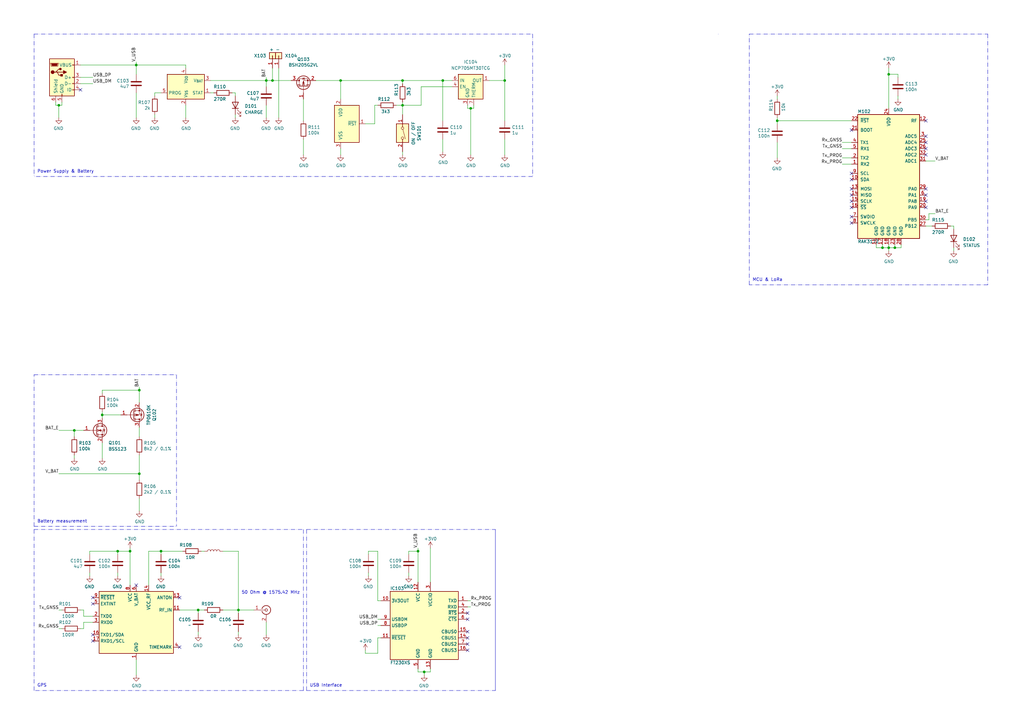
<source format=kicad_sch>
(kicad_sch (version 20230121) (generator eeschema)
  (paper "A3")
  (title_block (title "LoRa-GPS-Tracker") (date "2024-01-07") (rev "1.0") (company "Kampis-Elektroecke") (comment 4 "Author: Ing. Daniel Kampert"))
  (junction (at 361.95 101.6))
  (junction (at 367.03 101.6))
  (junction (at 364.49 30.48))
  (junction (at 318.77 49.53))
  (junction (at 165.1 33.02))
  (junction (at 171.45 226.06))
  (junction (at 165.1 43.18))
  (junction (at 97.79 250.19))
  (junction (at 81.28 250.19))
  (junction (at 139.7 33.02))
  (junction (at 207.01 33.02))
  (junction (at 364.49 101.6))
  (junction (at 57.15 194.31))
  (junction (at 111.76 33.02))
  (junction (at 53.34 226.06))
  (junction (at 57.15 160.02))
  (junction (at 55.88 26.67))
  (junction (at 48.26 226.06))
  (junction (at 30.48 176.53))
  (junction (at 66.04 226.06))
  (junction (at 109.22 33.02))
  (junction (at 193.04 44.45))
  (junction (at 24.13 43.18))
  (junction (at 41.91 170.18))
  (junction (at 181.61 33.02))
  (junction (at 173.99 275.59))
  (no_connect (at 191.77 259.08))
  (no_connect (at 191.77 261.62))
  (no_connect (at 191.77 264.16))
  (no_connect (at 191.77 266.7))
  (no_connect (at 191.77 254))
  (no_connect (at 191.77 251.46))
  (no_connect (at 379.73 77.47))
  (no_connect (at 379.73 82.55))
  (no_connect (at 379.73 80.01))
  (no_connect (at 379.73 85.09))
  (no_connect (at 349.25 82.55))
  (no_connect (at 349.25 80.01))
  (no_connect (at 349.25 73.66))
  (no_connect (at 349.25 91.44))
  (no_connect (at 349.25 88.9))
  (no_connect (at 349.25 77.47))
  (no_connect (at 349.25 85.09))
  (no_connect (at 379.73 60.96))
  (no_connect (at 349.25 71.12))
  (no_connect (at 349.25 53.34))
  (no_connect (at 379.73 55.88))
  (no_connect (at 379.73 58.42))
  (no_connect (at 379.73 63.5))
  (no_connect (at 33.02 36.83))
  (no_connect (at 38.1 245.11))
  (no_connect (at 38.1 260.35))
  (no_connect (at 38.1 262.89))
  (no_connect (at 55.88 240.03))
  (no_connect (at 38.1 247.65))
  (no_connect (at 73.66 265.43))
  (no_connect (at 73.66 245.11))
  (no_connect (at 379.73 49.53))
  (wire (pts (xy 48.26 226.06) (xy 53.34 226.06)))
  (wire (pts (xy 109.22 43.18) (xy 109.22 48.26)))
  (wire (pts (xy 33.02 31.75) (xy 38.1 31.75)))
  (wire (pts (xy 48.26 226.06) (xy 48.26 227.33)))
  (wire (pts (xy 364.49 101.6) (xy 364.49 102.87)))
  (wire (pts (xy 57.15 209.55) (xy 57.15 204.47)))
  (wire (pts (xy 124.46 49.53) (xy 124.46 40.64)))
  (wire (pts (xy 171.45 275.59) (xy 173.99 275.59)))
  (wire (pts (xy 66.04 234.95) (xy 66.04 236.22)))
  (polyline (pts (xy 13.97 153.67) (xy 72.39 153.67)) (stroke (width 0) (type dash_dot)))
  (polyline (pts (xy 405.13 116.84) (xy 307.34 116.84)) (stroke (width 0) (type dash_dot)))
  (wire (pts (xy 194.31 43.18) (xy 194.31 44.45)))
  (wire (pts (xy 139.7 33.02) (xy 165.1 33.02)))
  (wire (pts (xy 139.7 33.02) (xy 139.7 40.64)))
  (wire (pts (xy 66.04 38.1) (xy 63.5 38.1)))
  (wire (pts (xy 111.76 33.02) (xy 119.38 33.02)))
  (wire (pts (xy 114.3 27.94) (xy 114.3 48.26)))
  (wire (pts (xy 185.42 35.56) (xy 172.72 35.56)))
  (wire (pts (xy 24.13 194.31) (xy 57.15 194.31)))
  (wire (pts (xy 34.29 257.81) (xy 33.02 257.81)))
  (wire (pts (xy 165.1 43.18) (xy 165.1 46.99)))
  (wire (pts (xy 361.95 101.6) (xy 364.49 101.6)))
  (wire (pts (xy 349.25 60.96) (xy 345.44 60.96)))
  (polyline (pts (xy 13.97 215.9) (xy 13.97 153.67)) (stroke (width 0) (type dash_dot)))
  (wire (pts (xy 191.77 248.92) (xy 193.04 248.92)))
  (wire (pts (xy 318.77 58.42) (xy 318.77 64.77)))
  (wire (pts (xy 191.77 44.45) (xy 193.04 44.45)))
  (wire (pts (xy 154.94 254) (xy 156.21 254)))
  (wire (pts (xy 86.36 38.1) (xy 87.63 38.1)))
  (wire (pts (xy 359.41 101.6) (xy 361.95 101.6)))
  (polyline (pts (xy 307.34 13.97) (xy 405.13 13.97)) (stroke (width 0) (type dash_dot)))
  (wire (pts (xy 30.48 176.53) (xy 30.48 179.07)))
  (wire (pts (xy 76.2 27.94) (xy 76.2 26.67)))
  (wire (pts (xy 191.77 43.18) (xy 191.77 44.45)))
  (wire (pts (xy 55.88 270.51) (xy 55.88 276.86)))
  (wire (pts (xy 109.22 33.02) (xy 109.22 35.56)))
  (wire (pts (xy 389.89 92.71) (xy 391.16 92.71)))
  (polyline (pts (xy 124.46 217.17) (xy 124.46 283.21)) (stroke (width 0) (type dash_dot)))
  (wire (pts (xy 165.1 33.02) (xy 165.1 34.29)))
  (wire (pts (xy 173.99 275.59) (xy 173.99 276.86)))
  (wire (pts (xy 57.15 194.31) (xy 57.15 196.85)))
  (wire (pts (xy 165.1 43.18) (xy 162.56 43.18)))
  (wire (pts (xy 24.13 257.81) (xy 25.4 257.81)))
  (polyline (pts (xy 13.97 13.97) (xy 13.97 72.39)) (stroke (width 0) (type dash_dot)))
  (polyline (pts (xy 125.73 217.17) (xy 125.73 283.21)) (stroke (width 0) (type dash_dot)))
  (wire (pts (xy 25.4 41.91) (xy 25.4 43.18)))
  (wire (pts (xy 369.57 101.6) (xy 367.03 101.6)))
  (wire (pts (xy 151.13 234.95) (xy 151.13 236.22)))
  (wire (pts (xy 97.79 250.19) (xy 104.14 250.19)))
  (wire (pts (xy 24.13 250.19) (xy 25.4 250.19)))
  (wire (pts (xy 391.16 92.71) (xy 391.16 93.98)))
  (wire (pts (xy 86.36 33.02) (xy 109.22 33.02)))
  (wire (pts (xy 154.94 267.97) (xy 149.86 267.97)))
  (wire (pts (xy 364.49 100.33) (xy 364.49 101.6)))
  (wire (pts (xy 97.79 259.08) (xy 97.79 260.35)))
  (wire (pts (xy 41.91 160.02) (xy 57.15 160.02)))
  (wire (pts (xy 41.91 170.18) (xy 41.91 171.45)))
  (wire (pts (xy 349.25 49.53) (xy 318.77 49.53)))
  (wire (pts (xy 171.45 274.32) (xy 171.45 275.59)))
  (wire (pts (xy 318.77 49.53) (xy 318.77 50.8)))
  (wire (pts (xy 109.22 31.75) (xy 109.22 33.02)))
  (wire (pts (xy 55.88 38.1) (xy 55.88 48.26)))
  (wire (pts (xy 153.67 43.18) (xy 153.67 50.8)))
  (wire (pts (xy 318.77 39.37) (xy 318.77 40.64)))
  (polyline (pts (xy 218.44 72.39) (xy 13.97 72.39)) (stroke (width 0) (type dash_dot)))
  (wire (pts (xy 151.13 226.06) (xy 151.13 227.33)))
  (wire (pts (xy 22.86 41.91) (xy 22.86 43.18)))
  (wire (pts (xy 379.73 66.04) (xy 383.54 66.04)))
  (wire (pts (xy 156.21 261.62) (xy 154.94 261.62)))
  (wire (pts (xy 181.61 33.02) (xy 181.61 49.53)))
  (wire (pts (xy 97.79 250.19) (xy 97.79 226.06)))
  (wire (pts (xy 181.61 57.15) (xy 181.61 62.23)))
  (wire (pts (xy 361.95 100.33) (xy 361.95 101.6)))
  (wire (pts (xy 96.52 38.1) (xy 96.52 39.37)))
  (wire (pts (xy 349.25 58.42) (xy 345.44 58.42)))
  (wire (pts (xy 349.25 67.31) (xy 345.44 67.31)))
  (polyline (pts (xy 294.64 13.97) (xy 294.64 13.97)))
  (wire (pts (xy 30.48 176.53) (xy 34.29 176.53)))
  (wire (pts (xy 349.25 64.77) (xy 345.44 64.77)))
  (polyline (pts (xy 13.97 217.17) (xy 13.97 283.21)) (stroke (width 0) (type dash_dot)))
  (wire (pts (xy 318.77 48.26) (xy 318.77 49.53)))
  (wire (pts (xy 185.42 33.02) (xy 181.61 33.02)))
  (wire (pts (xy 109.22 33.02) (xy 111.76 33.02)))
  (polyline (pts (xy 125.73 217.17) (xy 203.2 217.17)) (stroke (width 0) (type dash_dot)))
  (wire (pts (xy 41.91 170.18) (xy 49.53 170.18)))
  (wire (pts (xy 95.25 38.1) (xy 96.52 38.1)))
  (wire (pts (xy 176.53 274.32) (xy 176.53 275.59)))
  (wire (pts (xy 149.86 266.7) (xy 149.86 267.97)))
  (wire (pts (xy 91.44 250.19) (xy 97.79 250.19)))
  (wire (pts (xy 73.66 250.19) (xy 81.28 250.19)))
  (wire (pts (xy 369.57 100.33) (xy 369.57 101.6)))
  (wire (pts (xy 154.94 246.38) (xy 154.94 226.06)))
  (wire (pts (xy 176.53 224.79) (xy 176.53 238.76)))
  (wire (pts (xy 194.31 44.45) (xy 193.04 44.45)))
  (wire (pts (xy 171.45 224.79) (xy 171.45 226.06)))
  (wire (pts (xy 55.88 25.4) (xy 55.88 26.67)))
  (wire (pts (xy 129.54 33.02) (xy 139.7 33.02)))
  (wire (pts (xy 33.02 250.19) (xy 34.29 250.19)))
  (wire (pts (xy 41.91 187.96) (xy 41.91 181.61)))
  (wire (pts (xy 36.83 226.06) (xy 48.26 226.06)))
  (wire (pts (xy 165.1 62.23) (xy 165.1 63.5)))
  (wire (pts (xy 368.3 30.48) (xy 368.3 31.75)))
  (wire (pts (xy 57.15 186.69) (xy 57.15 194.31)))
  (polyline (pts (xy 307.34 116.84) (xy 307.34 13.97)) (stroke (width 0) (type dash_dot)))
  (wire (pts (xy 367.03 100.33) (xy 367.03 101.6)))
  (wire (pts (xy 66.04 226.06) (xy 74.93 226.06)))
  (wire (pts (xy 38.1 255.27) (xy 34.29 255.27)))
  (wire (pts (xy 359.41 100.33) (xy 359.41 101.6)))
  (wire (pts (xy 76.2 26.67) (xy 55.88 26.67)))
  (wire (pts (xy 76.2 43.18) (xy 76.2 48.26)))
  (wire (pts (xy 207.01 57.15) (xy 207.01 63.5)))
  (wire (pts (xy 193.04 44.45) (xy 193.04 63.5)))
  (wire (pts (xy 25.4 43.18) (xy 24.13 43.18)))
  (wire (pts (xy 55.88 26.67) (xy 55.88 30.48)))
  (wire (pts (xy 24.13 43.18) (xy 24.13 48.26)))
  (polyline (pts (xy 218.44 13.97) (xy 218.44 72.39)) (stroke (width 0) (type dash_dot)))
  (wire (pts (xy 91.44 226.06) (xy 97.79 226.06)))
  (polyline (pts (xy 124.46 283.21) (xy 13.97 283.21)) (stroke (width 0) (type dash_dot)))
  (wire (pts (xy 167.64 234.95) (xy 167.64 236.22)))
  (wire (pts (xy 34.29 250.19) (xy 34.29 252.73)))
  (wire (pts (xy 34.29 252.73) (xy 38.1 252.73)))
  (wire (pts (xy 364.49 30.48) (xy 364.49 44.45)))
  (wire (pts (xy 24.13 176.53) (xy 30.48 176.53)))
  (wire (pts (xy 81.28 250.19) (xy 81.28 251.46)))
  (wire (pts (xy 53.34 224.79) (xy 53.34 226.06)))
  (wire (pts (xy 379.73 90.17) (xy 381 90.17)))
  (wire (pts (xy 63.5 38.1) (xy 63.5 39.37)))
  (wire (pts (xy 191.77 246.38) (xy 193.04 246.38)))
  (polyline (pts (xy 13.97 13.97) (xy 218.44 13.97)) (stroke (width 0) (type dash_dot)))
  (polyline (pts (xy 13.97 215.9) (xy 72.39 215.9)) (stroke (width 0) (type dash_dot)))
  (polyline (pts (xy 405.13 13.97) (xy 405.13 116.84)) (stroke (width 0) (type dash_dot)))
  (wire (pts (xy 22.86 43.18) (xy 24.13 43.18)))
  (wire (pts (xy 34.29 255.27) (xy 34.29 257.81)))
  (wire (pts (xy 367.03 101.6) (xy 364.49 101.6)))
  (wire (pts (xy 381 90.17) (xy 381 87.63)))
  (wire (pts (xy 154.94 226.06) (xy 151.13 226.06)))
  (wire (pts (xy 165.1 43.18) (xy 165.1 41.91)))
  (wire (pts (xy 153.67 50.8) (xy 149.86 50.8)))
  (wire (pts (xy 33.02 26.67) (xy 55.88 26.67)))
  (wire (pts (xy 165.1 33.02) (xy 181.61 33.02)))
  (wire (pts (xy 207.01 33.02) (xy 207.01 49.53)))
  (wire (pts (xy 364.49 27.94) (xy 364.49 30.48)))
  (wire (pts (xy 154.94 256.54) (xy 156.21 256.54)))
  (wire (pts (xy 124.46 63.5) (xy 124.46 57.15)))
  (wire (pts (xy 109.22 255.27) (xy 109.22 260.35)))
  (wire (pts (xy 81.28 259.08) (xy 81.28 260.35)))
  (wire (pts (xy 83.82 226.06) (xy 82.55 226.06)))
  (wire (pts (xy 41.91 168.91) (xy 41.91 170.18)))
  (wire (pts (xy 156.21 246.38) (xy 154.94 246.38)))
  (polyline (pts (xy 203.2 217.17) (xy 203.2 283.21)))
  (wire (pts (xy 63.5 46.99) (xy 63.5 48.26)))
  (wire (pts (xy 33.02 34.29) (xy 38.1 34.29)))
  (wire (pts (xy 111.76 27.94) (xy 111.76 33.02)))
  (wire (pts (xy 60.96 226.06) (xy 66.04 226.06)))
  (wire (pts (xy 81.28 250.19) (xy 83.82 250.19)))
  (wire (pts (xy 57.15 179.07) (xy 57.15 175.26)))
  (polyline (pts (xy 72.39 153.67) (xy 72.39 215.9)) (stroke (width 0) (type dash_dot)))
  (wire (pts (xy 381 87.63) (xy 383.54 87.63)))
  (wire (pts (xy 57.15 160.02) (xy 57.15 165.1)))
  (wire (pts (xy 60.96 240.03) (xy 60.96 226.06)))
  (wire (pts (xy 207.01 26.67) (xy 207.01 33.02)))
  (wire (pts (xy 171.45 226.06) (xy 171.45 238.76)))
  (wire (pts (xy 167.64 226.06) (xy 171.45 226.06)))
  (wire (pts (xy 53.34 226.06) (xy 53.34 240.03)))
  (polyline (pts (xy 125.73 283.21) (xy 203.2 283.21)) (stroke (width 0) (type dash_dot)))
  (wire (pts (xy 200.66 33.02) (xy 207.01 33.02)))
  (wire (pts (xy 154.94 261.62) (xy 154.94 267.97)))
  (wire (pts (xy 176.53 275.59) (xy 173.99 275.59)))
  (wire (pts (xy 391.16 101.6) (xy 391.16 102.87)))
  (wire (pts (xy 41.91 161.29) (xy 41.91 160.02)))
  (wire (pts (xy 96.52 46.99) (xy 96.52 48.26)))
  (wire (pts (xy 139.7 60.96) (xy 139.7 63.5)))
  (wire (pts (xy 165.1 43.18) (xy 172.72 43.18)))
  (wire (pts (xy 36.83 227.33) (xy 36.83 226.06)))
  (wire (pts (xy 167.64 226.06) (xy 167.64 227.33)))
  (wire (pts (xy 57.15 158.75) (xy 57.15 160.02)))
  (polyline (pts (xy 13.97 217.17) (xy 124.46 217.17)) (stroke (width 0) (type dash_dot)))
  (wire (pts (xy 48.26 234.95) (xy 48.26 236.22)))
  (wire (pts (xy 97.79 250.19) (xy 97.79 251.46)))
  (wire (pts (xy 172.72 35.56) (xy 172.72 43.18)))
  (wire (pts (xy 154.94 43.18) (xy 153.67 43.18)))
  (wire (pts (xy 364.49 30.48) (xy 368.3 30.48)))
  (wire (pts (xy 368.3 39.37) (xy 368.3 40.64)))
  (wire (pts (xy 36.83 234.95) (xy 36.83 236.22)))
  (wire (pts (xy 66.04 226.06) (xy 66.04 227.33)))
  (wire (pts (xy 379.73 92.71) (xy 382.27 92.71)))
  (wire (pts (xy 30.48 186.69) (xy 30.48 187.96)))
  (text "GPS" (at 15.24 281.94 0) (effects (font (size 1.27 1.27)) (justify left bottom)))
  (text "USB Interface" (at 127 281.94 0) (effects (font (size 1.27 1.27)) (justify left bottom)))
  (text "50 Ohm @ 1575.42 MHz\n" (at 99.06 243.84 0) (effects (font (size 1.27 1.27)) (justify left bottom)))
  (text "Battery measurement" (at 15.24 214.63 0) (effects (font (size 1.27 1.27)) (justify left bottom)))
  (text "Power Supply & Battery" (at 15.24 71.12 0) (effects (font (size 1.27 1.27)) (justify left bottom)))
  (text "MCU & LoRa" (at 308.61 115.57 0) (effects (font (size 1.27 1.27)) (justify left bottom)))
  (label "Rx_PROG" (at 345.44 67.31 180))
  (label "USB_DP" (at 154.94 256.54 180))
  (label "BAT" (at 109.22 31.75 90))
  (label "Tx_PROG" (at 193.04 248.92 0))
  (label "Rx_GNSS" (at 24.13 257.81 180))
  (label "BAT" (at 57.15 158.75 90))
  (label "USB_DM" (at 154.94 254 180))
  (label "Rx_PROG" (at 193.04 246.38 0))
  (label "V_BAT" (at 24.13 194.31 180))
  (label "V_USB" (at 171.45 224.79 90))
  (label "Rx_GNSS" (at 345.44 58.42 180))
  (label "Tx_PROG" (at 345.44 64.77 180))
  (label "USB_DM" (at 38.1 34.29 0))
  (label "BAT_E" (at 383.54 87.63 0))
  (label "Tx_GNSS" (at 345.44 60.96 180))
  (label "Tx_GNSS" (at 24.13 250.19 180))
  (label "V_BAT" (at 383.54 66.04 0))
  (label "V_USB" (at 55.88 25.4 90))
  (label "BAT_E" (at 24.13 176.53 180))
  (label "USB_DP" (at 38.1 31.75 0))
  (symbol (lib_id "power:GND") (at 364.49 102.87 0) (unit 1)
    (property "Reference" "#PWR0134" (effects hide))
    (property "Value" "GND" (at 364.617 107.2642 0))
  )
  (symbol (lib_id "power:+3V0") (at 176.53 224.79 0) (unit 1)
    (property "Reference" "#PWR0126" (effects hide))
    (property "Value" "+3V0" (at 176.53 220.98 0))
  )
  (symbol (lib_id "power:GND") (at 193.04 63.5 0) (unit 1)
    (property "Reference" "#PWR0128" (effects hide))
    (property "Value" "GND" (at 193.167 67.8942 0))
  )
  (symbol (lib_id "power:GND") (at 139.7 63.5 0) (unit 1)
    (property "Reference" "#PWR0120" (effects hide))
    (property "Value" "GND" (at 139.827 67.8942 0))
  )
  (symbol (lib_id "Device:C") (at 181.61 53.34 0) (unit 1)
    (property "Reference" "C110" (at 184.531 52.1716 0) (effects (justify left)))
    (property "Value" "1u" (at 184.531 54.483 0) (effects (justify left)))
    (property "Footprint" "Capacitor_SMD:C_0402_1005Metric_Pad0.74x0.62mm_HandSolder" (effects hide))
    (property "Datasheet" "https://www.mouser.de/datasheet/2/40/cx5r_KGM-3223198.pdf" (effects hide))
    (property "Mfr." "KYOCERA AVX" (effects hide))
    (property "Mfr. No." "0402YD105KAT2A" (effects hide))
    (property "Distributor" "Mouser" (effects hide))
    (property "Order Number" "581-0402YD105KAT2A" (effects hide))
  )
  (symbol (lib_id "Connector_Generic:Conn_01x01") (at 114.3 22.86 90) (unit 1) (in_bom no)
    (property "Reference" "X104" (at 116.84 22.86 90) (effects (justify right)))
    (property "Value" "-" (at 113.03 20.32 90) (effects (justify right)))
    (property "Footprint" "TestPoint:TestPoint_Pad_2.0x2.0mm" (effects hide))
  )
  (symbol (lib_id "Switch:SW_DIP_x01") (at 165.1 54.61 270) (unit 1)
    (property "Reference" "SW101" (at 171.8818 54.61 0))
    (property "Value" "ON / OFF" (at 169.5704 54.61 0))
    (property "Footprint" "Button_Switch_SMD:SW_DIP_SPSTx01_Slide_Omron_A6S-110x_W8.9mm_P2.54mm" (effects hide))
    (property "Datasheet" "https://omronfs.omron.com/en_US/ecb/products/pdf/en-a6s.pdf" (effects hide))
    (property "Mfr." "Omron" (effects hide))
    (property "Mfr. No." "A6S-1104-PH" (effects hide))
    (property "Order Number" "653-A6S1104PH" (effects hide))
    (property "Distributor" "Mouser" (effects hide))
  )
  (symbol (lib_id "Device:R") (at 87.63 250.19 90) (unit 1)
    (property "Reference" "R109" (at 87.63 247.65 90) (effects (justify left)))
    (property "Value" "0R" (at 88.9 252.73 90) (effects (justify left)))
    (property "Footprint" "Resistor_SMD:R_0402_1005Metric_Pad0.72x0.64mm_HandSolder" (effects hide))
    (property "Datasheet" "https://www.mouser.de/datasheet/2/447/YAGEO_PYu_RC_Group_51_RoHS_L_12-3313492.pdf" (effects hide))
    (property "Mfr." "Yageo" (effects hide))
    (property "Mfr. No." "RC0402JR-070RL" (effects hide))
    (property "Distributor" "Mouser" (effects hide))
    (property "Order Number" "603-RC0402JR-070RL" (effects hide))
  )
  (symbol (lib_id "Device:C") (at 151.13 231.14 0) (mirror y) (unit 1)
    (property "Reference" "C108" (at 148.209 229.9716 0) (effects (justify left)))
    (property "Value" "100n" (at 148.209 232.283 0) (effects (justify left)))
    (property "Footprint" "Capacitor_SMD:C_0402_1005Metric_Pad0.74x0.62mm_HandSolder" (effects hide))
    (property "Datasheet" "https://www.mouser.de/datasheet/2/40/cx5r_KGM-3223198.pdf" (effects hide))
    (property "Mfr." "KYOCERA AVX" (effects hide))
    (property "Mfr. No." "04025C104KAT4A" (effects hide))
    (property "Distributor" "Mouser" (effects hide))
    (property "Order Number" "581-04025C104KAT4A" (effects hide))
  )
  (symbol (lib_id "Transistor_FET:BSS84") (at 54.61 170.18 0) (mirror x) (unit 1)
    (property "Reference" "Q102" (at 63.2968 170.18 90))
    (property "Value" "TP0610K" (at 60.9854 170.18 90))
    (property "Footprint" "Package_TO_SOT_SMD:SOT-23" (effects hide))
    (property "Datasheet" "http://assets.nexperia.com/documents/data-sheet/BSS84.pdf" (effects hide))
    (property "Mfr." "Vishay Semiconductors" (effects hide))
    (property "Mfr. No." "TP0610K-T1-GE3" (effects hide))
    (property "Distributor" "Mouser" (effects hide))
    (property "Order Number" "781-TP0610K-T1-GE3" (effects hide))
  )
  (symbol (lib_id "power:GND") (at 318.77 64.77 0) (mirror y) (unit 1)
    (property "Reference" "#PWR0132" (effects hide))
    (property "Value" "GND" (at 318.643 69.1642 0))
  )
  (symbol (lib_id "Device:C") (at 207.01 53.34 0) (unit 1)
    (property "Reference" "C111" (at 209.931 52.1716 0) (effects (justify left)))
    (property "Value" "1u" (at 209.931 54.483 0) (effects (justify left)))
    (property "Footprint" "Capacitor_SMD:C_0402_1005Metric_Pad0.74x0.62mm_HandSolder" (effects hide))
    (property "Datasheet" "https://www.mouser.de/datasheet/2/40/cx5r_KGM-3223198.pdf" (effects hide))
    (property "Mfr." "KYOCERA AVX" (effects hide))
    (property "Mfr. No." "0402YD105KAT2A" (effects hide))
    (property "Distributor" "Mouser" (effects hide))
    (property "Order Number" "581-0402YD105KAT2A" (effects hide))
  )
  (symbol (lib_id "power:GND") (at 114.3 48.26 0) (unit 1)
    (property "Reference" "#PWR0118" (effects hide))
    (property "Value" "GND" (at 114.427 52.6542 0))
  )
  (symbol (lib_id "Nexperia:BSH205G2AR") (at 124.46 33.02 90) (unit 1)
    (property "Reference" "Q103" (at 124.46 24.3332 90))
    (property "Value" "BSH205G2VL" (at 124.46 26.6446 90))
    (property "Footprint" "Package_TO_SOT_SMD:SOT-23" (effects hide))
    (property "Datasheet" "https://assets.nexperia.com/documents/data-sheet/BSH205G2A.pdf" (effects hide))
    (property "Mfr." "Nexperia" (effects hide))
    (property "Mfr. No." "BSH205G2VL" (effects hide))
    (property "Distributor" "Mouser" (effects hide))
    (property "Order Number" "771-BSH205G2VL" (effects hide))
  )
  (symbol (lib_id "Connector:USB_B_Micro") (at 25.4 31.75 0) (unit 1)
    (property "Reference" "X101" (at 25.4 19.05 0))
    (property "Value" "USB_B_Micro" (at 25.4 21.59 0))
    (property "Footprint" "Wuerth:629105150521" (effects hide))
    (property "Datasheet" "https://www.we-online.com/components/products/datasheet/629105150521.pdf" (effects hide))
    (property "Mfr." "Wurth Elektronik" (effects hide))
    (property "Mfr. No." "629105150521" (effects hide))
    (property "Distributor" "Mouser" (effects hide))
    (property "Order Number" "710-629105150521" (effects hide))
    (property "Reference" "X101" (effects hide))
    (property "Value" "USB_B_Micro" (effects hide))
  )
  (symbol (lib_id "power:GND") (at 124.46 63.5 0) (unit 1)
    (property "Reference" "#PWR0119" (effects hide))
    (property "Value" "GND" (at 124.587 67.8942 0))
  )
  (symbol (lib_id "Device:C") (at 81.28 255.27 0) (mirror y) (unit 1)
    (property "Reference" "C105" (at 78.359 254.1016 0) (effects (justify left)))
    (property "Value" "~" (at 78.359 256.413 0) (effects (justify left)))
    (property "Footprint" "Capacitor_SMD:C_0402_1005Metric_Pad0.74x0.62mm_HandSolder" (effects hide))
  )
  (symbol (lib_id "Device:R") (at 29.21 257.81 90) (unit 1)
    (property "Reference" "R102" (at 29.21 255.27 90) (effects (justify left)))
    (property "Value" "100R" (at 30.48 260.35 90) (effects (justify left)))
    (property "Footprint" "Resistor_SMD:R_0402_1005Metric_Pad0.72x0.64mm_HandSolder" (effects hide))
    (property "Datasheet" "https://www.mouser.de/datasheet/2/447/YAGEO_PYu_RC_Group_51_RoHS_L_12-3313492.pdf" (effects hide))
    (property "Mfr." "Yageo" (effects hide))
    (property "Mfr. No." "RC0402JR-07100RL" (effects hide))
    (property "Distributor" "Mouser" (effects hide))
    (property "Order Number" "603-RC0402JR-07100RL" (effects hide))
  )
  (symbol (lib_id "power:+3V0") (at 318.77 39.37 0) (unit 1)
    (property "Reference" "#PWR0131" (effects hide))
    (property "Value" "+3V0" (at 318.77 35.56 0))
  )
  (symbol (lib_id "power:GND") (at 173.99 276.86 0) (mirror y) (unit 1)
    (property "Reference" "#PWR0125" (effects hide))
    (property "Value" "GND" (at 173.863 281.2542 0))
  )
  (symbol (lib_id "Power_Supervisor:MCP100-300D") (at 142.24 50.8 0) (unit 1)
    (property "Reference" "IC102" (at 147.32 41.91 0) (effects (justify right)))
    (property "Value" "MCP100-300D" (at 151.13 59.69 0) (effects (justify right)))
    (property "Footprint" "Package_TO_SOT_SMD:SOT-23" (effects hide))
    (property "Datasheet" "https://ww1.microchip.com/downloads/en/devicedoc/11187f.pdf" (effects hide))
    (property "Mfr." "Microchip Technology / Atmel" (effects hide))
    (property "Mfr. No." "MCP100T-300I/TT" (effects hide))
    (property "Distributor" "Mouser" (effects hide))
    (property "Order Number" "579-MCP100T-300I/TT" (effects hide))
    (property "Datasheet" "https://ww1.microchip.com/downloads/en/DeviceDoc/11187f.pdf" (effects hide))
    (property "Reference" "IC102" (effects hide))
    (property "Value" "MCP100-300D" (effects hide))
  )
  (symbol (lib_id "power:+3V0") (at 149.86 266.7 0) (unit 1)
    (property "Reference" "#PWR0121" (effects hide))
    (property "Value" "+3V0" (at 149.86 262.89 0))
  )
  (symbol (lib_id "power:GND") (at 109.22 260.35 0) (mirror y) (unit 1)
    (property "Reference" "#PWR0117" (effects hide))
    (property "Value" "GND" (at 109.093 264.7442 0))
  )
  (symbol (lib_id "Device:R") (at 57.15 200.66 0) (unit 1)
    (property "Reference" "R106" (at 58.928 199.4916 0) (effects (justify left)))
    (property "Value" "2k2 / 0.1%" (at 58.928 201.803 0) (effects (justify left)))
    (property "Footprint" "Resistor_SMD:R_0402_1005Metric_Pad0.72x0.64mm_HandSolder" (effects hide))
    (property "Datasheet" "https://www.mouser.de/datasheet/2/447/PYu_RT_1_to_0_01_RoHS_L_12-3003070.pdf" (effects hide))
    (property "Mfr." "Yageo" (effects hide))
    (property "Distributor" "Mouser" (effects hide))
    (property "Mfr. No." "RT0402BRD072K2L" (effects hide))
    (property "Order Number" "603-RT0402BRD072K2L" (effects hide))
  )
  (symbol (lib_id "Device:C") (at 55.88 34.29 0) (mirror y) (unit 1)
    (property "Reference" "C103" (at 52.959 33.1216 0) (effects (justify left)))
    (property "Value" "4u7" (at 52.959 35.433 0) (effects (justify left)))
    (property "Footprint" "Capacitor_SMD:C_0402_1005Metric_Pad0.74x0.62mm_HandSolder" (effects hide))
    (property "Datasheet" "https://www.mouser.de/datasheet/2/40/cx5r_KGM-3223198.pdf" (effects hide))
    (property "Mfr." "KYOCERA AVX" (effects hide))
    (property "Mfr. No." "0402ZD475KAT2A" (effects hide))
    (property "Distributor" "Mouser" (effects hide))
    (property "Order Number" "581-0402ZD475KAT2A" (effects hide))
  )
  (symbol (lib_id "Device:LED") (at 96.52 43.18 90) (unit 1)
    (property "Reference" "D101" (at 100.33 43.4974 90) (effects (justify right)))
    (property "Value" "CHARGE" (at 100.33 46.0374 90) (effects (justify right)))
    (property "Footprint" "LED_SMD:LED_0402_1005Metric_Pad0.77x0.64mm_HandSolder" (effects hide))
    (property "Datasheet" "https://www.mouser.de/datasheet/2/348/sml_p1_e-1874493.pdf" (effects hide))
    (property "Mfr." "ROHM Semiconductor" (effects hide))
    (property "Mfr. No." "SML-P12Y3TT86R" (effects hide))
    (property "Distributor" "Mouser" (effects hide))
    (property "Order Number" "755-SML-P12Y3TT86R" (effects hide))
  )
  (symbol (lib_id "power:GND") (at 66.04 236.22 0) (mirror y) (unit 1)
    (property "Reference" "#PWR0111" (effects hide))
    (property "Value" "GND" (at 65.913 240.6142 0))
  )
  (symbol (lib_id "ON Semiconductor:NCP705MT33TCG") (at 193.04 35.56 0) (unit 1)
    (property "Reference" "IC104" (at 193.04 25.4 0))
    (property "Value" "NCP705MT30TCG" (at 193.04 27.94 0))
    (property "Footprint" "Package_DFN_Kampi:WDFN-6" (effects hide))
    (property "Datasheet" "https://www.onsemi.com/pdf/datasheet/ncp705-d.pdf" (effects hide))
    (property "Mfr." "ON Semiconductor" (effects hide))
    (property "Mfr. No." "NCP705MT30TCG" (effects hide))
    (property "Distributor" "Mouser" (effects hide))
    (property "Order Number" "863-NCP705MT30TCG" (effects hide))
  )
  (symbol (lib_id "Device:C") (at 97.79 255.27 0) (mirror y) (unit 1)
    (property "Reference" "C106" (at 94.869 254.1016 0) (effects (justify left)))
    (property "Value" "~" (at 94.869 256.413 0) (effects (justify left)))
    (property "Footprint" "Capacitor_SMD:C_0402_1005Metric_Pad0.74x0.62mm_HandSolder" (effects hide))
  )
  (symbol (lib_id "Battery_Management:MCP73831-2-OT") (at 76.2 35.56 0) (unit 1)
    (property "Reference" "IC101" (at 68.58 29.21 0) (effects (justify left)))
    (property "Value" "MCP73831-2-OT" (at 68.58 41.91 0) (effects (justify left)))
    (property "Footprint" "Package_TO_SOT_SMD:SOT-23-5" (effects hide))
    (property "Datasheet" "https://ww1.microchip.com/downloads/en/DeviceDoc/MCP73831-Family-Data-Sheet-DS20001984H.pdf" (effects hide))
    (property "Mfr." "Microchip Technology / Atmel" (effects hide))
    (property "Mfr. No." "MCP73831T-2ACI/OT" (effects hide))
    (property "Distributor" "Mouser" (effects hide))
    (property "Order Number" "579-MCP73831T-2ACI/OT" (effects hide))
    (property "Datasheet" "https://ww1.microchip.com/downloads/en/DeviceDoc/MCP73831-Family-Data-Sheet-DS20001984H.pdf" (effects hide))
    (property "Reference" "IC101" (effects hide))
    (property "Value" "MCP73831-2-OT" (effects hide))
  )
  (symbol (lib_id "power:GND") (at 96.52 48.26 0) (mirror y) (unit 1)
    (property "Reference" "#PWR0114" (effects hide))
    (property "Value" "GND" (at 96.393 52.6542 0))
  )
  (symbol (lib_id "power:GND") (at 41.91 187.96 0) (unit 1)
    (property "Reference" "#PWR0104" (effects hide))
    (property "Value" "GND" (at 42.037 192.3542 0))
  )
  (symbol (lib_id "Transistor_FET:BSS123") (at 39.37 176.53 0) (unit 1)
    (property "Reference" "Q101" (at 44.45 181.61 0) (effects (justify left)))
    (property "Value" "BSS123" (at 44.45 184.15 0) (effects (justify left)))
    (property "Footprint" "Package_TO_SOT_SMD:SOT-23" (effects hide))
    (property "Datasheet" "http://www.diodes.com/assets/Datasheets/ds30366.pdf" (effects hide))
    (property "Mfr." "Infineon Technologies" (effects hide))
    (property "Mfr. No." "BSS123IXTSA1" (effects hide))
    (property "Distributor" "Mouser" (effects hide))
    (property "Order Number" "726-BSS123IXTSA1" (effects hide))
  )
  (symbol (lib_id "Interface_USB:FT230XS") (at 173.99 256.54 0) (unit 1)
    (property "Reference" "IC103" (at 160.02 241.3 0) (effects (justify left)))
    (property "Value" "FT230XS" (at 160.02 271.78 0) (effects (justify left)))
    (property "Footprint" "Package_SO:SSOP-16_3.9x4.9mm_P0.635mm" (effects hide))
    (property "Datasheet" "https://www.ftdichip.com/Support/Documents/DataSheets/ICs/DS_FT230X.pdf" (effects hide))
    (property "Mfr." "FTDI" (effects hide))
    (property "Mfr. No." "FT230XS-R" (effects hide))
    (property "Distributor" "Mouser" (effects hide))
    (property "Order Number" "895-FT230XS-R" (effects hide))
  )
  (symbol (lib_id "power:GND") (at 167.64 236.22 0) (mirror y) (unit 1)
    (property "Reference" "#PWR0124" (effects hide))
    (property "Value" "GND" (at 167.513 240.6142 0))
  )
  (symbol (lib_id "Device:R") (at 41.91 165.1 0) (unit 1)
    (property "Reference" "R104" (at 43.688 163.9316 0) (effects (justify left)))
    (property "Value" "100k" (at 43.688 166.243 0) (effects (justify left)))
    (property "Footprint" "Resistor_SMD:R_0402_1005Metric_Pad0.72x0.64mm_HandSolder" (effects hide))
    (property "Datasheet" "https://www.mouser.de/datasheet/2/447/YAGEO_PYu_RC_Group_51_RoHS_L_12-3313492.pdf" (effects hide))
    (property "Mfr." "Yageo" (effects hide))
    (property "Distributor" "Mouser" (effects hide))
    (property "Mfr. No." "RC0402JR-07100KL" (effects hide))
    (property "Order Number" "603-RC0402JR-07100KL" (effects hide))
  )
  (symbol (lib_id "power:GND") (at 55.88 276.86 0) (unit 1)
    (property "Reference" "#PWR0108" (effects hide))
    (property "Value" "GND" (at 56.007 281.2542 0))
  )
  (symbol (lib_id "Device:LED") (at 391.16 97.79 90) (unit 1)
    (property "Reference" "D102" (at 394.97 98.1074 90) (effects (justify right)))
    (property "Value" "STATUS" (at 394.97 100.6474 90) (effects (justify right)))
    (property "Footprint" "LED_SMD:LED_0402_1005Metric_Pad0.77x0.64mm_HandSolder" (effects hide))
    (property "Datasheet" "https://www.mouser.de/datasheet/2/348/sml_p1_e-1874493.pdf" (effects hide))
    (property "Mfr." "ROHM Semiconductor" (effects hide))
    (property "Mfr. No." "SML-P12Y3TT86R" (effects hide))
    (property "Distributor" "Mouser" (effects hide))
    (property "Order Number" "755-SML-P12Y3TT86R" (effects hide))
  )
  (symbol (lib_id "power:GND") (at 81.28 260.35 0) (mirror y) (unit 1)
    (property "Reference" "#PWR0113" (effects hide))
    (property "Value" "GND" (at 81.153 264.7442 0))
  )
  (symbol (lib_id "power:GND") (at 36.83 236.22 0) (mirror y) (unit 1)
    (property "Reference" "#PWR0103" (effects hide))
    (property "Value" "GND" (at 36.703 240.6142 0))
  )
  (symbol (lib_id "power:GND") (at 30.48 187.96 0) (unit 1)
    (property "Reference" "#PWR0102" (effects hide))
    (property "Value" "GND" (at 30.607 192.3542 0))
  )
  (symbol (lib_id "Device:R") (at 30.48 182.88 0) (unit 1)
    (property "Reference" "R103" (at 32.258 181.7116 0) (effects (justify left)))
    (property "Value" "100k" (at 32.258 184.023 0) (effects (justify left)))
    (property "Footprint" "Resistor_SMD:R_0402_1005Metric_Pad0.72x0.64mm_HandSolder" (effects hide))
    (property "Datasheet" "https://www.mouser.de/datasheet/2/447/YAGEO_PYu_RC_Group_51_RoHS_L_12-3313492.pdf" (effects hide))
    (property "Mfr." "Yageo" (effects hide))
    (property "Distributor" "Mouser" (effects hide))
    (property "Mfr. No." "RC0402JR-07100KL" (effects hide))
    (property "Order Number" "603-RC0402JR-07100KL" (effects hide))
  )
  (symbol (lib_id "Device:R") (at 124.46 53.34 0) (unit 1)
    (property "Reference" "R111" (at 126.238 52.1716 0) (effects (justify left)))
    (property "Value" "100k" (at 126.238 54.483 0) (effects (justify left)))
    (property "Footprint" "Resistor_SMD:R_0402_1005Metric_Pad0.72x0.64mm_HandSolder" (effects hide))
    (property "Datasheet" "https://www.mouser.de/datasheet/2/447/YAGEO_PYu_RC_Group_51_RoHS_L_12-3313492.pdf" (effects hide))
    (property "Mfr." "Yageo" (effects hide))
    (property "Mfr. No." "RC0402JR-07100KL" (effects hide))
    (property "Distributor" "Mouser" (effects hide))
    (property "Order Number" "603-RC0402JR-07100KL" (effects hide))
  )
  (symbol (lib_id "power:GND") (at 97.79 260.35 0) (mirror y) (unit 1)
    (property "Reference" "#PWR0115" (effects hide))
    (property "Value" "GND" (at 97.663 264.7442 0))
  )
  (symbol (lib_id "Device:C") (at 48.26 231.14 0) (mirror y) (unit 1)
    (property "Reference" "C102" (at 45.339 229.9716 0) (effects (justify left)))
    (property "Value" "100n" (at 45.339 232.283 0) (effects (justify left)))
    (property "Footprint" "Capacitor_SMD:C_0402_1005Metric_Pad0.74x0.62mm_HandSolder" (effects hide))
    (property "Datasheet" "https://www.mouser.de/datasheet/2/40/cx5r_KGM-3223198.pdf" (effects hide))
    (property "Mfr." "KYOCERA AVX" (effects hide))
    (property "Mfr. No." "04025C104KAT4A" (effects hide))
    (property "Distributor" "Mouser" (effects hide))
    (property "Order Number" "581-04025C104KAT4A" (effects hide))
  )
  (symbol (lib_id "power:GND") (at 368.3 40.64 0) (unit 1)
    (property "Reference" "#PWR0135" (effects hide))
    (property "Value" "GND" (at 368.427 45.0342 0))
  )
  (symbol (lib_id "Device:C") (at 36.83 231.14 0) (mirror y) (unit 1)
    (property "Reference" "C101" (at 33.909 229.9716 0) (effects (justify left)))
    (property "Value" "4u7" (at 33.909 232.283 0) (effects (justify left)))
    (property "Footprint" "Capacitor_SMD:C_0402_1005Metric_Pad0.74x0.62mm_HandSolder" (effects hide))
    (property "Datasheet" "https://www.mouser.de/datasheet/2/40/cx5r_KGM-3223198.pdf" (effects hide))
    (property "Mfr." "KYOCERA AVX" (effects hide))
    (property "Mfr. No." "0402ZD475KAT2A" (effects hide))
    (property "Distributor" "Mouser" (effects hide))
    (property "Order Number" "581-0402ZD475KAT2A" (effects hide))
  )
  (symbol (lib_id "Device:R") (at 29.21 250.19 90) (unit 1)
    (property "Reference" "R101" (at 29.21 247.65 90) (effects (justify left)))
    (property "Value" "100R" (at 30.48 252.73 90) (effects (justify left)))
    (property "Footprint" "Resistor_SMD:R_0402_1005Metric_Pad0.72x0.64mm_HandSolder" (effects hide))
    (property "Datasheet" "https://www.mouser.de/datasheet/2/447/YAGEO_PYu_RC_Group_51_RoHS_L_12-3313492.pdf" (effects hide))
    (property "Mfr." "Yageo" (effects hide))
    (property "Mfr. No." "RC0402JR-07100RL" (effects hide))
    (property "Distributor" "Mouser" (effects hide))
    (property "Order Number" "603-RC0402JR-07100RL" (effects hide))
  )
  (symbol (lib_id "power:+3V0") (at 207.01 26.67 0) (unit 1)
    (property "Reference" "#PWR0129" (effects hide))
    (property "Value" "+3V0" (at 207.01 22.86 0))
  )
  (symbol (lib_id "Device:R") (at 318.77 44.45 0) (mirror y) (unit 1)
    (property "Reference" "R114" (at 316.23 45.72 90) (effects (justify left)))
    (property "Value" "10k" (at 321.31 45.72 90) (effects (justify left)))
    (property "Footprint" "Resistor_SMD:R_0402_1005Metric_Pad0.72x0.64mm_HandSolder" (effects hide))
    (property "Datasheet" "https://www.mouser.de/datasheet/2/447/YAGEO_PYu_RC_Group_51_RoHS_L_12-3313492.pdf" (effects hide))
    (property "Mfr." "Yageo" (effects hide))
    (property "Mfr. No." "RC0402JR-0710KL" (effects hide))
    (property "Distributor" "Mouser" (effects hide))
    (property "Order Number" "603-RC0402JR-0710KL" (effects hide))
  )
  (symbol (lib_id "power:GND") (at 63.5 48.26 0) (mirror y) (unit 1)
    (property "Reference" "#PWR0110" (effects hide))
    (property "Value" "GND" (at 63.373 52.6542 0))
  )
  (symbol (lib_id "Device:C") (at 109.22 39.37 0) (mirror y) (unit 1)
    (property "Reference" "C107" (at 106.299 38.2016 0) (effects (justify left)))
    (property "Value" "4u7" (at 106.299 40.513 0) (effects (justify left)))
    (property "Footprint" "Capacitor_SMD:C_0402_1005Metric_Pad0.74x0.62mm_HandSolder" (effects hide))
    (property "Datasheet" "https://www.mouser.de/datasheet/2/40/cx5r_KGM-3223198.pdf" (effects hide))
    (property "Mfr." "KYOCERA AVX" (effects hide))
    (property "Mfr. No." "0402ZD475KAT2A" (effects hide))
    (property "Distributor" "Mouser" (effects hide))
    (property "Order Number" "581-0402ZD475KAT2A" (effects hide))
  )
  (symbol (lib_id "power:GND") (at 76.2 48.26 0) (unit 1)
    (property "Reference" "#PWR0112" (effects hide))
    (property "Value" "GND" (at 76.327 52.6542 0))
  )
  (symbol (lib_id "Device:C") (at 66.04 231.14 0) (unit 1)
    (property "Reference" "C104" (at 68.961 229.9716 0) (effects (justify left)))
    (property "Value" "100n" (at 68.961 232.283 0) (effects (justify left)))
    (property "Footprint" "Capacitor_SMD:C_0402_1005Metric_Pad0.74x0.62mm_HandSolder" (effects hide))
    (property "Datasheet" "https://www.mouser.de/datasheet/2/40/cx5r_KGM-3223198.pdf" (effects hide))
    (property "Mfr." "KYOCERA AVX" (effects hide))
    (property "Mfr. No." "04025C104KAT4A" (effects hide))
    (property "Distributor" "Mouser" (effects hide))
    (property "Order Number" "581-04025C104KAT4A" (effects hide))
  )
  (symbol (lib_id "Device:C") (at 368.3 35.56 0) (unit 1)
    (property "Reference" "C113" (at 371.221 34.3916 0) (effects (justify left)))
    (property "Value" "100n" (at 371.221 36.703 0) (effects (justify left)))
    (property "Footprint" "Capacitor_SMD:C_0402_1005Metric_Pad0.74x0.62mm_HandSolder" (effects hide))
    (property "Datasheet" "https://www.mouser.de/datasheet/2/40/cx5r_KGM-3223198.pdf" (effects hide))
    (property "Mfr." "KYOCERA AVX" (effects hide))
    (property "Mfr. No." "04025C104KAT4A" (effects hide))
    (property "Distributor" "Mouser" (effects hide))
    (property "Order Number" "581-04025C104KAT4A" (effects hide))
  )
  (symbol (lib_id "Device:R") (at 78.74 226.06 90) (unit 1)
    (property "Reference" "R108" (at 78.74 223.52 90) (effects (justify left)))
    (property "Value" "10R" (at 80.01 228.6 90) (effects (justify left)))
    (property "Footprint" "Resistor_SMD:R_0402_1005Metric_Pad0.72x0.64mm_HandSolder" (effects hide))
    (property "Datasheet" "https://www.mouser.de/datasheet/2/447/YAGEO_PYu_RC_Group_51_RoHS_L_12-3313492.pdf" (effects hide))
    (property "Mfr." "Yageo" (effects hide))
    (property "Mfr. No." "RC0402JR-0710RL" (effects hide))
    (property "Distributor" "Mouser" (effects hide))
    (property "Order Number" "603-RC0402JR-0710RL" (effects hide))
  )
  (symbol (lib_id "power:GND") (at 24.13 48.26 0) (mirror y) (unit 1)
    (property "Reference" "#PWR0101" (effects hide))
    (property "Value" "GND" (at 24.003 52.6542 0))
  )
  (symbol (lib_id "power:GND") (at 165.1 63.5 0) (unit 1)
    (property "Reference" "#PWR0123" (effects hide))
    (property "Value" "GND" (at 165.227 67.8942 0))
  )
  (symbol (lib_id "Device:C") (at 167.64 231.14 0) (mirror y) (unit 1)
    (property "Reference" "C109" (at 164.719 229.9716 0) (effects (justify left)))
    (property "Value" "100n" (at 164.719 232.283 0) (effects (justify left)))
    (property "Footprint" "Capacitor_SMD:C_0402_1005Metric_Pad0.74x0.62mm_HandSolder" (effects hide))
    (property "Datasheet" "https://www.mouser.de/datasheet/2/40/cx5r_KGM-3223198.pdf" (effects hide))
    (property "Mfr." "KYOCERA AVX" (effects hide))
    (property "Mfr. No." "04025C104KAT4A" (effects hide))
    (property "Distributor" "Mouser" (effects hide))
    (property "Order Number" "581-04025C104KAT4A" (effects hide))
  )
  (symbol (lib_id "power:+3V0") (at 53.34 224.79 0) (unit 1)
    (property "Reference" "#PWR0106" (effects hide))
    (property "Value" "+3V0" (at 53.34 220.98 0))
  )
  (symbol (lib_id "power:GND") (at 48.26 236.22 0) (mirror y) (unit 1)
    (property "Reference" "#PWR0105" (effects hide))
    (property "Value" "GND" (at 48.133 240.6142 0))
  )
  (symbol (lib_id "power:GND") (at 207.01 63.5 0) (unit 1)
    (property "Reference" "#PWR0130" (effects hide))
    (property "Value" "GND" (at 207.137 67.8942 0))
  )
  (symbol (lib_id "power:GND") (at 181.61 62.23 0) (unit 1)
    (property "Reference" "#PWR0127" (effects hide))
    (property "Value" "GND" (at 181.737 66.6242 0))
  )
  (symbol (lib_id "power:GND") (at 55.88 48.26 0) (mirror y) (unit 1)
    (property "Reference" "#PWR0107" (effects hide))
    (property "Value" "GND" (at 55.753 52.6542 0))
  )
  (symbol (lib_id "Device:R") (at 63.5 43.18 0) (mirror y) (unit 1)
    (property "Reference" "R107" (at 61.722 42.0116 0) (effects (justify left)))
    (property "Value" "2k" (at 61.722 44.323 0) (effects (justify left)))
    (property "Footprint" "Resistor_SMD:R_0402_1005Metric_Pad0.72x0.64mm_HandSolder" (effects hide))
    (property "Datasheet" "https://www.mouser.de/datasheet/2/447/YAGEO_PYu_RC_Group_51_RoHS_L_12-3313492.pdf" (effects hide))
    (property "Mfr." "Yageo" (effects hide))
    (property "Mfr. No." "RC0402JR-072KL" (effects hide))
    (property "Distributor" "Mouser" (effects hide))
    (property "Order Number" "603-RC0402JR-072KL" (effects hide))
  )
  (symbol (lib_id "Device:R") (at 91.44 38.1 90) (mirror x) (unit 1)
    (property "Reference" "R110" (at 92.71 35.56 90) (effects (justify left)))
    (property "Value" "270R" (at 92.71 40.64 90) (effects (justify left)))
    (property "Footprint" "Resistor_SMD:R_0402_1005Metric_Pad0.72x0.64mm_HandSolder" (effects hide))
    (property "Datasheet" "https://www.mouser.de/datasheet/2/447/YAGEO_PYu_RC_Group_51_RoHS_L_12-3313492.pdf" (effects hide))
    (property "Mfr." "Yageo" (effects hide))
    (property "Mfr. No." "RC0402JR-07270RL" (effects hide))
    (property "Distributor" "Mouser" (effects hide))
    (property "Order Number" "603-RC0402JR-07270RL" (effects hide))
  )
  (symbol (lib_id "power:GND") (at 109.22 48.26 0) (mirror y) (unit 1)
    (property "Reference" "#PWR0116" (effects hide))
    (property "Value" "GND" (at 109.093 52.6542 0))
  )
  (symbol (lib_id "power:GND") (at 391.16 102.87 0) (mirror y) (unit 1)
    (property "Reference" "#PWR0136" (effects hide))
    (property "Value" "GND" (at 391.033 107.2642 0))
  )
  (symbol (lib_id "Connector:Conn_Coaxial") (at 109.22 250.19 0) (unit 1)
    (property "Reference" "X102" (at 111.76 249.2131 0) (effects (justify left)))
    (property "Value" "GPS" (at 111.76 251.7531 0) (effects (justify left)))
    (property "Footprint" "Molex:73412-0110" (effects hide))
    (property "Datasheet" "https://www.mouser.de/datasheet/2/276/1/0734120110_RF_COAX_CONNECTORS-173239.pdf" (effects hide))
    (property "Mfr." "Molex" (effects hide))
    (property "Mfr. No." "73412-0110" (effects hide))
    (property "Distributor" "Mouser" (effects hide))
    (property "Order Number" "538-73412-0110" (effects hide))
    (property "Reference" "X102" (effects hide))
    (property "Value" "Conn_Coaxial" (effects hide))
  )
  (symbol (lib_id "Device:R") (at 165.1 38.1 0) (mirror y) (unit 1)
    (property "Reference" "R113" (at 162.56 39.37 90) (effects (justify left)))
    (property "Value" "3k3" (at 167.64 39.37 90) (effects (justify left)))
    (property "Footprint" "Resistor_SMD:R_0402_1005Metric_Pad0.72x0.64mm_HandSolder" (effects hide))
    (property "Datasheet" "https://www.mouser.de/datasheet/2/447/YAGEO_PYu_RC_Group_51_RoHS_L_12-3313492.pdf" (effects hide))
    (property "Mfr." "Yageo" (effects hide))
    (property "Mfr. No." "RC0402JR-073K3L" (effects hide))
    (property "Distributor" "Mouser" (effects hide))
    (property "Order Number" "603-RC0402JR-073K3L" (effects hide))
  )
  (symbol (lib_id "Connector_Generic:Conn_01x01") (at 111.76 22.86 90) (unit 1) (in_bom no)
    (property "Reference" "X103" (at 104.14 22.86 90) (effects (justify right)))
    (property "Value" "+" (at 110.49 20.32 90) (effects (justify right)))
    (property "Footprint" "TestPoint:TestPoint_Pad_2.0x2.0mm" (effects hide))
  )
  (symbol (lib_id "Device:C") (at 318.77 54.61 0) (mirror y) (unit 1)
    (property "Reference" "C112" (at 315.849 53.4416 0) (effects (justify left)))
    (property "Value" "100n" (at 315.849 55.753 0) (effects (justify left)))
    (property "Footprint" "Capacitor_SMD:C_0402_1005Metric_Pad0.74x0.62mm_HandSolder" (effects hide))
    (property "Datasheet" "https://www.mouser.de/datasheet/2/40/cx5r_KGM-3223198.pdf" (effects hide))
    (property "Mfr." "KYOCERA AVX" (effects hide))
    (property "Mfr. No." "04025C104KAT4A" (effects hide))
    (property "Distributor" "Mouser" (effects hide))
    (property "Order Number" "581-04025C104KAT4A" (effects hide))
  )
  (symbol (lib_id "SIMCom:SIM28ML") (at 55.88 255.27 0) (unit 1)
    (property "Reference" "M101" (at 40.64 241.3 0) (effects (justify left)))
    (property "Value" "SIM28ML" (at 40.64 269.24 0) (effects (justify left)))
    (property "Footprint" "SIMCom:SIM28ML" (effects hide))
    (property "Mfr." "SIMCom" (effects hide))
    (property "Mfr. No." "S2-106ZM" (effects hide))
    (property "Distributor" "TME" (effects hide))
    (property "Datasheet" "https://simcom.ee/documents/SIM28ML/SIM28ML_Hardware%20Design_V1.01.pdf" (effects hide))
    (property "Reference" "M101" (effects hide))
    (property "Value" "SIM28ML" (effects hide))
    (property "Order Number" "SIM28ML" (effects hide))
  )
  (symbol (lib_id "power:+3V0") (at 364.49 27.94 0) (unit 1)
    (property "Reference" "#PWR0133" (effects hide))
    (property "Value" "+3V0" (at 364.49 24.13 0))
  )
  (symbol (lib_id "power:GND") (at 151.13 236.22 0) (mirror y) (unit 1)
    (property "Reference" "#PWR0122" (effects hide))
    (property "Value" "GND" (at 151.003 240.6142 0))
  )
  (symbol (lib_id "Device:R") (at 386.08 92.71 90) (mirror x) (unit 1)
    (property "Reference" "R115" (at 387.35 90.17 90) (effects (justify left)))
    (property "Value" "270R" (at 387.35 95.25 90) (effects (justify left)))
    (property "Footprint" "Resistor_SMD:R_0402_1005Metric_Pad0.72x0.64mm_HandSolder" (effects hide))
    (property "Datasheet" "https://www.mouser.de/datasheet/2/447/YAGEO_PYu_RC_Group_51_RoHS_L_12-3313492.pdf" (effects hide))
    (property "Mfr." "Yageo" (effects hide))
    (property "Mfr. No." "RC0402JR-07270RL" (effects hide))
    (property "Distributor" "Mouser" (effects hide))
    (property "Order Number" "603-RC0402JR-07270RL" (effects hide))
  )
  (symbol (lib_id "Device:R") (at 57.15 182.88 0) (unit 1)
    (property "Reference" "R105" (at 58.928 181.7116 0) (effects (justify left)))
    (property "Value" "8k2 / 0.1%" (at 58.928 184.023 0) (effects (justify left)))
    (property "Footprint" "Resistor_SMD:R_0402_1005Metric_Pad0.72x0.64mm_HandSolder" (effects hide))
    (property "Datasheet" "https://www.mouser.de/datasheet/2/447/PYu_RT_1_to_0_01_RoHS_L_12-3003070.pdf" (effects hide))
    (property "Mfr." "Yageo" (effects hide))
    (property "Distributor" "Mouser" (effects hide))
    (property "Mfr. No." "RT0402BRD078K2L" (effects hide))
    (property "Order Number" "603-RT0402BRD078K2L" (effects hide))
  )
  (symbol (lib_id "Device:L") (at 87.63 226.06 90) (unit 1)
    (property "Reference" "L101" (at 87.63 223.52 90))
    (property "Value" "27n" (at 86.36 228.6 90))
    (property "Footprint" "Inductor_SMD:L_0402_1005Metric_Pad0.77x0.64mm_HandSolder" (effects hide))
    (property "Datasheet" "https://eu.mouser.com/datasheet/2/281/1/JELF243B_9110-1699596.pdf" (effects hide))
    (property "Mfr." "Murata Electronics" (effects hide))
    (property "Mfr. No." "LQG15HZ27NH02D" (effects hide))
    (property "Distributor" "Mouser" (effects hide))
    (property "Order Number" "81-LQG15HZ27NH02D" (effects hide))
    (property "Reference" "L101" (effects hide))
    (property "Value" "27n" (effects hide))
  )
  (symbol (lib_id "power:GND") (at 57.15 209.55 0) (unit 1)
    (property "Reference" "#PWR0109" (effects hide))
    (property "Value" "GND" (at 57.277 213.9442 0))
  )
  (symbol (lib_id "RAK:RAK3172") (at 364.49 72.39 0) (unit 1)
    (property "Reference" "M102" (at 351.79 45.72 0) (effects (justify left)))
    (property "Value" "RAK3172" (at 351.79 99.06 0) (effects (justify left)))
    (property "Footprint" "RAK:RAK3172" (effects hide))
    (property "Datasheet" "https://docs.rakwireless.com/Product-Categories/WisDuo/RAK3172-Module/Datasheet/#overview" (effects hide))
  )
  (symbol (lib_id "Device:R") (at 158.75 43.18 90) (mirror x) (unit 1)
    (property "Reference" "R112" (at 160.02 40.64 90) (effects (justify left)))
    (property "Value" "3k3" (at 160.02 45.72 90) (effects (justify left)))
    (property "Footprint" "Resistor_SMD:R_0402_1005Metric_Pad0.72x0.64mm_HandSolder" (effects hide))
    (property "Datasheet" "https://www.mouser.de/datasheet/2/447/YAGEO_PYu_RC_Group_51_RoHS_L_12-3313492.pdf" (effects hide))
    (property "Mfr." "Yageo" (effects hide))
    (property "Mfr. No." "RC0402JR-073K3L" (effects hide))
    (property "Distributor" "Mouser" (effects hide))
    (property "Order Number" "603-RC0402JR-073K3L" (effects hide))
  )
)
</source>
